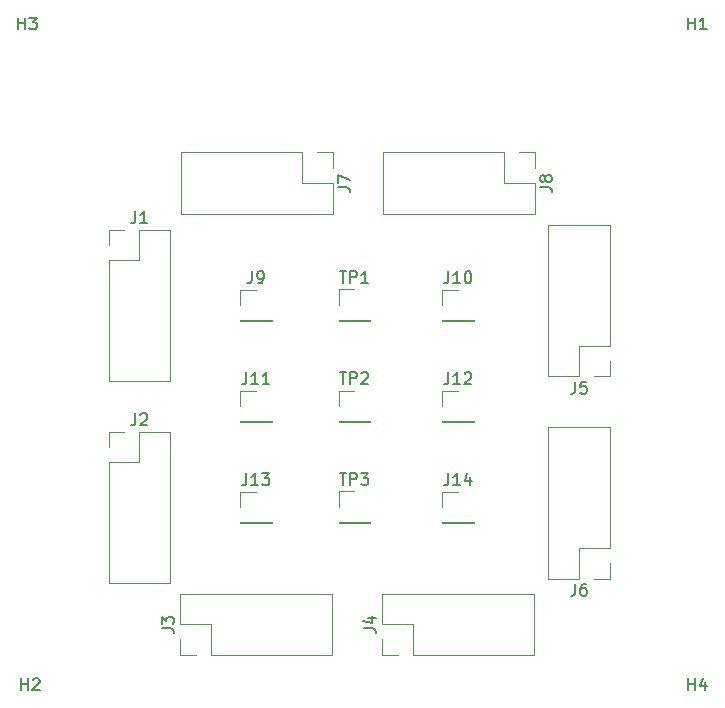
<source format=gbr>
%TF.GenerationSoftware,KiCad,Pcbnew,(6.0.9)*%
%TF.CreationDate,2022-12-16T13:04:01-05:00*%
%TF.ProjectId,Perris_Breakout,50657272-6973-45f4-9272-65616b6f7574,rev?*%
%TF.SameCoordinates,Original*%
%TF.FileFunction,Legend,Top*%
%TF.FilePolarity,Positive*%
%FSLAX46Y46*%
G04 Gerber Fmt 4.6, Leading zero omitted, Abs format (unit mm)*
G04 Created by KiCad (PCBNEW (6.0.9)) date 2022-12-16 13:04:01*
%MOMM*%
%LPD*%
G01*
G04 APERTURE LIST*
%ADD10C,0.150000*%
%ADD11C,0.120000*%
G04 APERTURE END LIST*
D10*
%TO.C,J7*%
X118419180Y-53089133D02*
X119133466Y-53089133D01*
X119276323Y-53136752D01*
X119371561Y-53231990D01*
X119419180Y-53374847D01*
X119419180Y-53470085D01*
X118419180Y-52708180D02*
X118419180Y-52041514D01*
X119419180Y-52470085D01*
%TO.C,J5*%
X138503066Y-69574980D02*
X138503066Y-70289266D01*
X138455447Y-70432123D01*
X138360209Y-70527361D01*
X138217352Y-70574980D01*
X138122114Y-70574980D01*
X139455447Y-69574980D02*
X138979257Y-69574980D01*
X138931638Y-70051171D01*
X138979257Y-70003552D01*
X139074495Y-69955933D01*
X139312590Y-69955933D01*
X139407828Y-70003552D01*
X139455447Y-70051171D01*
X139503066Y-70146409D01*
X139503066Y-70384504D01*
X139455447Y-70479742D01*
X139407828Y-70527361D01*
X139312590Y-70574980D01*
X139074495Y-70574980D01*
X138979257Y-70527361D01*
X138931638Y-70479742D01*
%TO.C,TP3*%
X118549895Y-77310180D02*
X119121323Y-77310180D01*
X118835609Y-78310180D02*
X118835609Y-77310180D01*
X119454657Y-78310180D02*
X119454657Y-77310180D01*
X119835609Y-77310180D01*
X119930847Y-77357800D01*
X119978466Y-77405419D01*
X120026085Y-77500657D01*
X120026085Y-77643514D01*
X119978466Y-77738752D01*
X119930847Y-77786371D01*
X119835609Y-77833990D01*
X119454657Y-77833990D01*
X120359419Y-77310180D02*
X120978466Y-77310180D01*
X120645133Y-77691133D01*
X120787990Y-77691133D01*
X120883228Y-77738752D01*
X120930847Y-77786371D01*
X120978466Y-77881609D01*
X120978466Y-78119704D01*
X120930847Y-78214942D01*
X120883228Y-78262561D01*
X120787990Y-78310180D01*
X120502276Y-78310180D01*
X120407038Y-78262561D01*
X120359419Y-78214942D01*
%TO.C,TP2*%
X118549895Y-68763080D02*
X119121323Y-68763080D01*
X118835609Y-69763080D02*
X118835609Y-68763080D01*
X119454657Y-69763080D02*
X119454657Y-68763080D01*
X119835609Y-68763080D01*
X119930847Y-68810700D01*
X119978466Y-68858319D01*
X120026085Y-68953557D01*
X120026085Y-69096414D01*
X119978466Y-69191652D01*
X119930847Y-69239271D01*
X119835609Y-69286890D01*
X119454657Y-69286890D01*
X120407038Y-68858319D02*
X120454657Y-68810700D01*
X120549895Y-68763080D01*
X120787990Y-68763080D01*
X120883228Y-68810700D01*
X120930847Y-68858319D01*
X120978466Y-68953557D01*
X120978466Y-69048795D01*
X120930847Y-69191652D01*
X120359419Y-69763080D01*
X120978466Y-69763080D01*
%TO.C,J8*%
X135523380Y-53089133D02*
X136237666Y-53089133D01*
X136380523Y-53136752D01*
X136475761Y-53231990D01*
X136523380Y-53374847D01*
X136523380Y-53470085D01*
X135951952Y-52470085D02*
X135904333Y-52565323D01*
X135856714Y-52612942D01*
X135761476Y-52660561D01*
X135713857Y-52660561D01*
X135618619Y-52612942D01*
X135571000Y-52565323D01*
X135523380Y-52470085D01*
X135523380Y-52279609D01*
X135571000Y-52184371D01*
X135618619Y-52136752D01*
X135713857Y-52089133D01*
X135761476Y-52089133D01*
X135856714Y-52136752D01*
X135904333Y-52184371D01*
X135951952Y-52279609D01*
X135951952Y-52470085D01*
X135999571Y-52565323D01*
X136047190Y-52612942D01*
X136142428Y-52660561D01*
X136332904Y-52660561D01*
X136428142Y-52612942D01*
X136475761Y-52565323D01*
X136523380Y-52470085D01*
X136523380Y-52279609D01*
X136475761Y-52184371D01*
X136428142Y-52136752D01*
X136332904Y-52089133D01*
X136142428Y-52089133D01*
X136047190Y-52136752D01*
X135999571Y-52184371D01*
X135951952Y-52279609D01*
%TO.C,J10*%
X127760276Y-60226380D02*
X127760276Y-60940666D01*
X127712657Y-61083523D01*
X127617419Y-61178761D01*
X127474561Y-61226380D01*
X127379323Y-61226380D01*
X128760276Y-61226380D02*
X128188847Y-61226380D01*
X128474561Y-61226380D02*
X128474561Y-60226380D01*
X128379323Y-60369238D01*
X128284085Y-60464476D01*
X128188847Y-60512095D01*
X129379323Y-60226380D02*
X129474561Y-60226380D01*
X129569800Y-60274000D01*
X129617419Y-60321619D01*
X129665038Y-60416857D01*
X129712657Y-60607333D01*
X129712657Y-60845428D01*
X129665038Y-61035904D01*
X129617419Y-61131142D01*
X129569800Y-61178761D01*
X129474561Y-61226380D01*
X129379323Y-61226380D01*
X129284085Y-61178761D01*
X129236466Y-61131142D01*
X129188847Y-61035904D01*
X129141228Y-60845428D01*
X129141228Y-60607333D01*
X129188847Y-60416857D01*
X129236466Y-60321619D01*
X129284085Y-60274000D01*
X129379323Y-60226380D01*
%TO.C,J14*%
X127760276Y-77330580D02*
X127760276Y-78044866D01*
X127712657Y-78187723D01*
X127617419Y-78282961D01*
X127474561Y-78330580D01*
X127379323Y-78330580D01*
X128760276Y-78330580D02*
X128188847Y-78330580D01*
X128474561Y-78330580D02*
X128474561Y-77330580D01*
X128379323Y-77473438D01*
X128284085Y-77568676D01*
X128188847Y-77616295D01*
X129617419Y-77663914D02*
X129617419Y-78330580D01*
X129379323Y-77282961D02*
X129141228Y-77997247D01*
X129760276Y-77997247D01*
%TO.C,J13*%
X110656076Y-77330580D02*
X110656076Y-78044866D01*
X110608457Y-78187723D01*
X110513219Y-78282961D01*
X110370361Y-78330580D01*
X110275123Y-78330580D01*
X111656076Y-78330580D02*
X111084647Y-78330580D01*
X111370361Y-78330580D02*
X111370361Y-77330580D01*
X111275123Y-77473438D01*
X111179885Y-77568676D01*
X111084647Y-77616295D01*
X111989409Y-77330580D02*
X112608457Y-77330580D01*
X112275123Y-77711533D01*
X112417980Y-77711533D01*
X112513219Y-77759152D01*
X112560838Y-77806771D01*
X112608457Y-77902009D01*
X112608457Y-78140104D01*
X112560838Y-78235342D01*
X112513219Y-78282961D01*
X112417980Y-78330580D01*
X112132266Y-78330580D01*
X112037028Y-78282961D01*
X111989409Y-78235342D01*
%TO.C,J3*%
X103512980Y-90452533D02*
X104227266Y-90452533D01*
X104370123Y-90500152D01*
X104465361Y-90595390D01*
X104512980Y-90738247D01*
X104512980Y-90833485D01*
X103512980Y-90071580D02*
X103512980Y-89452533D01*
X103893933Y-89785866D01*
X103893933Y-89643009D01*
X103941552Y-89547771D01*
X103989171Y-89500152D01*
X104084409Y-89452533D01*
X104322504Y-89452533D01*
X104417742Y-89500152D01*
X104465361Y-89547771D01*
X104512980Y-89643009D01*
X104512980Y-89928723D01*
X104465361Y-90023961D01*
X104417742Y-90071580D01*
%TO.C,J11*%
X110656076Y-68783480D02*
X110656076Y-69497766D01*
X110608457Y-69640623D01*
X110513219Y-69735861D01*
X110370361Y-69783480D01*
X110275123Y-69783480D01*
X111656076Y-69783480D02*
X111084647Y-69783480D01*
X111370361Y-69783480D02*
X111370361Y-68783480D01*
X111275123Y-68926338D01*
X111179885Y-69021576D01*
X111084647Y-69069195D01*
X112608457Y-69783480D02*
X112037028Y-69783480D01*
X112322742Y-69783480D02*
X112322742Y-68783480D01*
X112227504Y-68926338D01*
X112132266Y-69021576D01*
X112037028Y-69069195D01*
%TO.C,H2*%
X91592495Y-95687780D02*
X91592495Y-94687780D01*
X91592495Y-95163971D02*
X92163923Y-95163971D01*
X92163923Y-95687780D02*
X92163923Y-94687780D01*
X92592495Y-94783019D02*
X92640114Y-94735400D01*
X92735352Y-94687780D01*
X92973447Y-94687780D01*
X93068685Y-94735400D01*
X93116304Y-94783019D01*
X93163923Y-94878257D01*
X93163923Y-94973495D01*
X93116304Y-95116352D01*
X92544876Y-95687780D01*
X93163923Y-95687780D01*
%TO.C,H3*%
X91338495Y-39731580D02*
X91338495Y-38731580D01*
X91338495Y-39207771D02*
X91909923Y-39207771D01*
X91909923Y-39731580D02*
X91909923Y-38731580D01*
X92290876Y-38731580D02*
X92909923Y-38731580D01*
X92576590Y-39112533D01*
X92719447Y-39112533D01*
X92814685Y-39160152D01*
X92862304Y-39207771D01*
X92909923Y-39303009D01*
X92909923Y-39541104D01*
X92862304Y-39636342D01*
X92814685Y-39683961D01*
X92719447Y-39731580D01*
X92433733Y-39731580D01*
X92338495Y-39683961D01*
X92290876Y-39636342D01*
%TO.C,TP1*%
X118549895Y-60205980D02*
X119121323Y-60205980D01*
X118835609Y-61205980D02*
X118835609Y-60205980D01*
X119454657Y-61205980D02*
X119454657Y-60205980D01*
X119835609Y-60205980D01*
X119930847Y-60253600D01*
X119978466Y-60301219D01*
X120026085Y-60396457D01*
X120026085Y-60539314D01*
X119978466Y-60634552D01*
X119930847Y-60682171D01*
X119835609Y-60729790D01*
X119454657Y-60729790D01*
X120978466Y-61205980D02*
X120407038Y-61205980D01*
X120692752Y-61205980D02*
X120692752Y-60205980D01*
X120597514Y-60348838D01*
X120502276Y-60444076D01*
X120407038Y-60491695D01*
%TO.C,J6*%
X138503066Y-86679180D02*
X138503066Y-87393466D01*
X138455447Y-87536323D01*
X138360209Y-87631561D01*
X138217352Y-87679180D01*
X138122114Y-87679180D01*
X139407828Y-86679180D02*
X139217352Y-86679180D01*
X139122114Y-86726800D01*
X139074495Y-86774419D01*
X138979257Y-86917276D01*
X138931638Y-87107752D01*
X138931638Y-87488704D01*
X138979257Y-87583942D01*
X139026876Y-87631561D01*
X139122114Y-87679180D01*
X139312590Y-87679180D01*
X139407828Y-87631561D01*
X139455447Y-87583942D01*
X139503066Y-87488704D01*
X139503066Y-87250609D01*
X139455447Y-87155371D01*
X139407828Y-87107752D01*
X139312590Y-87060133D01*
X139122114Y-87060133D01*
X139026876Y-87107752D01*
X138979257Y-87155371D01*
X138931638Y-87250609D01*
%TO.C,H1*%
X148056695Y-39731580D02*
X148056695Y-38731580D01*
X148056695Y-39207771D02*
X148628123Y-39207771D01*
X148628123Y-39731580D02*
X148628123Y-38731580D01*
X149628123Y-39731580D02*
X149056695Y-39731580D01*
X149342409Y-39731580D02*
X149342409Y-38731580D01*
X149247171Y-38874438D01*
X149151933Y-38969676D01*
X149056695Y-39017295D01*
%TO.C,J12*%
X127760276Y-68783480D02*
X127760276Y-69497766D01*
X127712657Y-69640623D01*
X127617419Y-69735861D01*
X127474561Y-69783480D01*
X127379323Y-69783480D01*
X128760276Y-69783480D02*
X128188847Y-69783480D01*
X128474561Y-69783480D02*
X128474561Y-68783480D01*
X128379323Y-68926338D01*
X128284085Y-69021576D01*
X128188847Y-69069195D01*
X129141228Y-68878719D02*
X129188847Y-68831100D01*
X129284085Y-68783480D01*
X129522180Y-68783480D01*
X129617419Y-68831100D01*
X129665038Y-68878719D01*
X129712657Y-68973957D01*
X129712657Y-69069195D01*
X129665038Y-69212052D01*
X129093609Y-69783480D01*
X129712657Y-69783480D01*
%TO.C,J9*%
X111132266Y-60226380D02*
X111132266Y-60940666D01*
X111084647Y-61083523D01*
X110989409Y-61178761D01*
X110846552Y-61226380D01*
X110751314Y-61226380D01*
X111656076Y-61226380D02*
X111846552Y-61226380D01*
X111941790Y-61178761D01*
X111989409Y-61131142D01*
X112084647Y-60988285D01*
X112132266Y-60797809D01*
X112132266Y-60416857D01*
X112084647Y-60321619D01*
X112037028Y-60274000D01*
X111941790Y-60226380D01*
X111751314Y-60226380D01*
X111656076Y-60274000D01*
X111608457Y-60321619D01*
X111560838Y-60416857D01*
X111560838Y-60654952D01*
X111608457Y-60750190D01*
X111656076Y-60797809D01*
X111751314Y-60845428D01*
X111941790Y-60845428D01*
X112037028Y-60797809D01*
X112084647Y-60750190D01*
X112132266Y-60654952D01*
%TO.C,J1*%
X101266666Y-55151380D02*
X101266666Y-55865666D01*
X101219047Y-56008523D01*
X101123809Y-56103761D01*
X100980952Y-56151380D01*
X100885714Y-56151380D01*
X102266666Y-56151380D02*
X101695238Y-56151380D01*
X101980952Y-56151380D02*
X101980952Y-55151380D01*
X101885714Y-55294238D01*
X101790476Y-55389476D01*
X101695238Y-55437095D01*
%TO.C,H4*%
X148056695Y-95687780D02*
X148056695Y-94687780D01*
X148056695Y-95163971D02*
X148628123Y-95163971D01*
X148628123Y-95687780D02*
X148628123Y-94687780D01*
X149532885Y-95021114D02*
X149532885Y-95687780D01*
X149294790Y-94640161D02*
X149056695Y-95354447D01*
X149675742Y-95354447D01*
%TO.C,J2*%
X101266666Y-72255580D02*
X101266666Y-72969866D01*
X101219047Y-73112723D01*
X101123809Y-73207961D01*
X100980952Y-73255580D01*
X100885714Y-73255580D01*
X101695238Y-72350819D02*
X101742857Y-72303200D01*
X101838095Y-72255580D01*
X102076190Y-72255580D01*
X102171428Y-72303200D01*
X102219047Y-72350819D01*
X102266666Y-72446057D01*
X102266666Y-72541295D01*
X102219047Y-72684152D01*
X101647619Y-73255580D01*
X102266666Y-73255580D01*
%TO.C,J4*%
X120617180Y-90452533D02*
X121331466Y-90452533D01*
X121474323Y-90500152D01*
X121569561Y-90595390D01*
X121617180Y-90738247D01*
X121617180Y-90833485D01*
X120950514Y-89547771D02*
X121617180Y-89547771D01*
X120569561Y-89785866D02*
X121283847Y-90023961D01*
X121283847Y-89404914D01*
D11*
%TO.C,J7*%
X115366800Y-50155800D02*
X105146800Y-50155800D01*
X117966800Y-50155800D02*
X117966800Y-51485800D01*
X105146800Y-50155800D02*
X105146800Y-55355800D01*
X117966800Y-52755800D02*
X117966800Y-55355800D01*
X115366800Y-52755800D02*
X117966800Y-52755800D01*
X115366800Y-50155800D02*
X115366800Y-52755800D01*
X117966800Y-55355800D02*
X105146800Y-55355800D01*
X116636800Y-50155800D02*
X117966800Y-50155800D01*
%TO.C,J5*%
X138836400Y-69122600D02*
X136236400Y-69122600D01*
X141436400Y-66522600D02*
X138836400Y-66522600D01*
X138836400Y-66522600D02*
X138836400Y-69122600D01*
X136236400Y-69122600D02*
X136236400Y-56302600D01*
X141436400Y-69122600D02*
X140106400Y-69122600D01*
X141436400Y-56302600D02*
X136236400Y-56302600D01*
X141436400Y-66522600D02*
X141436400Y-56302600D01*
X141436400Y-67792600D02*
X141436400Y-69122600D01*
%TO.C,TP3*%
X118481800Y-78857800D02*
X119811800Y-78857800D01*
X118481800Y-81457800D02*
X121141800Y-81457800D01*
X118481800Y-81457800D02*
X118481800Y-81517800D01*
X121141800Y-81457800D02*
X121141800Y-81517800D01*
X118481800Y-80187800D02*
X118481800Y-78857800D01*
X118481800Y-81517800D02*
X121141800Y-81517800D01*
%TO.C,TP2*%
X121141800Y-72910700D02*
X121141800Y-72970700D01*
X118481800Y-71640700D02*
X118481800Y-70310700D01*
X118481800Y-72910700D02*
X121141800Y-72910700D01*
X118481800Y-70310700D02*
X119811800Y-70310700D01*
X118481800Y-72910700D02*
X118481800Y-72970700D01*
X118481800Y-72970700D02*
X121141800Y-72970700D01*
%TO.C,J8*%
X122251000Y-50155800D02*
X122251000Y-55355800D01*
X132471000Y-50155800D02*
X122251000Y-50155800D01*
X132471000Y-50155800D02*
X132471000Y-52755800D01*
X135071000Y-50155800D02*
X135071000Y-51485800D01*
X132471000Y-52755800D02*
X135071000Y-52755800D01*
X133741000Y-50155800D02*
X135071000Y-50155800D01*
X135071000Y-55355800D02*
X122251000Y-55355800D01*
X135071000Y-52755800D02*
X135071000Y-55355800D01*
%TO.C,J10*%
X127239800Y-61774000D02*
X128569800Y-61774000D01*
X127239800Y-64434000D02*
X129899800Y-64434000D01*
X127239800Y-64374000D02*
X127239800Y-64434000D01*
X127239800Y-63104000D02*
X127239800Y-61774000D01*
X129899800Y-64374000D02*
X129899800Y-64434000D01*
X127239800Y-64374000D02*
X129899800Y-64374000D01*
%TO.C,J14*%
X127239800Y-81538200D02*
X129899800Y-81538200D01*
X129899800Y-81478200D02*
X129899800Y-81538200D01*
X127239800Y-81478200D02*
X129899800Y-81478200D01*
X127239800Y-81478200D02*
X127239800Y-81538200D01*
X127239800Y-78878200D02*
X128569800Y-78878200D01*
X127239800Y-80208200D02*
X127239800Y-78878200D01*
%TO.C,J13*%
X112795600Y-81478200D02*
X112795600Y-81538200D01*
X110135600Y-81478200D02*
X110135600Y-81538200D01*
X110135600Y-81538200D02*
X112795600Y-81538200D01*
X110135600Y-80208200D02*
X110135600Y-78878200D01*
X110135600Y-78878200D02*
X111465600Y-78878200D01*
X110135600Y-81478200D02*
X112795600Y-81478200D01*
%TO.C,J3*%
X106390600Y-92719200D02*
X105060600Y-92719200D01*
X105060600Y-87519200D02*
X117880600Y-87519200D01*
X117880600Y-92719200D02*
X117880600Y-87519200D01*
X107660600Y-92719200D02*
X107660600Y-90119200D01*
X107660600Y-90119200D02*
X105060600Y-90119200D01*
X107660600Y-92719200D02*
X117880600Y-92719200D01*
X105060600Y-90119200D02*
X105060600Y-87519200D01*
X105060600Y-92719200D02*
X105060600Y-91389200D01*
%TO.C,J11*%
X110135600Y-72991100D02*
X112795600Y-72991100D01*
X110135600Y-72931100D02*
X110135600Y-72991100D01*
X110135600Y-71661100D02*
X110135600Y-70331100D01*
X110135600Y-72931100D02*
X112795600Y-72931100D01*
X112795600Y-72931100D02*
X112795600Y-72991100D01*
X110135600Y-70331100D02*
X111465600Y-70331100D01*
%TO.C,TP1*%
X118481800Y-64353600D02*
X121141800Y-64353600D01*
X118481800Y-61753600D02*
X119811800Y-61753600D01*
X118481800Y-64413600D02*
X121141800Y-64413600D01*
X121141800Y-64353600D02*
X121141800Y-64413600D01*
X118481800Y-64353600D02*
X118481800Y-64413600D01*
X118481800Y-63083600D02*
X118481800Y-61753600D01*
%TO.C,J6*%
X141436400Y-83626800D02*
X141436400Y-73406800D01*
X141436400Y-84896800D02*
X141436400Y-86226800D01*
X141436400Y-83626800D02*
X138836400Y-83626800D01*
X141436400Y-73406800D02*
X136236400Y-73406800D01*
X138836400Y-86226800D02*
X136236400Y-86226800D01*
X136236400Y-86226800D02*
X136236400Y-73406800D01*
X141436400Y-86226800D02*
X140106400Y-86226800D01*
X138836400Y-83626800D02*
X138836400Y-86226800D01*
%TO.C,J12*%
X127239800Y-72931100D02*
X129899800Y-72931100D01*
X127239800Y-70331100D02*
X128569800Y-70331100D01*
X127239800Y-71661100D02*
X127239800Y-70331100D01*
X127239800Y-72991100D02*
X129899800Y-72991100D01*
X129899800Y-72931100D02*
X129899800Y-72991100D01*
X127239800Y-72931100D02*
X127239800Y-72991100D01*
%TO.C,J9*%
X112795600Y-64374000D02*
X112795600Y-64434000D01*
X110135600Y-64374000D02*
X112795600Y-64374000D01*
X110135600Y-64374000D02*
X110135600Y-64434000D01*
X110135600Y-63104000D02*
X110135600Y-61774000D01*
X110135600Y-64434000D02*
X112795600Y-64434000D01*
X110135600Y-61774000D02*
X111465600Y-61774000D01*
%TO.C,J1*%
X99000000Y-59299000D02*
X99000000Y-69519000D01*
X104200000Y-56699000D02*
X104200000Y-69519000D01*
X99000000Y-56699000D02*
X100330000Y-56699000D01*
X101600000Y-56699000D02*
X104200000Y-56699000D01*
X99000000Y-58029000D02*
X99000000Y-56699000D01*
X101600000Y-59299000D02*
X101600000Y-56699000D01*
X99000000Y-59299000D02*
X101600000Y-59299000D01*
X99000000Y-69519000D02*
X104200000Y-69519000D01*
%TO.C,J2*%
X99000000Y-86623200D02*
X104200000Y-86623200D01*
X101600000Y-76403200D02*
X101600000Y-73803200D01*
X101600000Y-73803200D02*
X104200000Y-73803200D01*
X99000000Y-73803200D02*
X100330000Y-73803200D01*
X99000000Y-76403200D02*
X101600000Y-76403200D01*
X99000000Y-75133200D02*
X99000000Y-73803200D01*
X99000000Y-76403200D02*
X99000000Y-86623200D01*
X104200000Y-73803200D02*
X104200000Y-86623200D01*
%TO.C,J4*%
X122164800Y-87519200D02*
X134984800Y-87519200D01*
X122164800Y-92719200D02*
X122164800Y-91389200D01*
X124764800Y-90119200D02*
X122164800Y-90119200D01*
X124764800Y-92719200D02*
X134984800Y-92719200D01*
X134984800Y-92719200D02*
X134984800Y-87519200D01*
X123494800Y-92719200D02*
X122164800Y-92719200D01*
X122164800Y-90119200D02*
X122164800Y-87519200D01*
X124764800Y-92719200D02*
X124764800Y-90119200D01*
%TD*%
M02*

</source>
